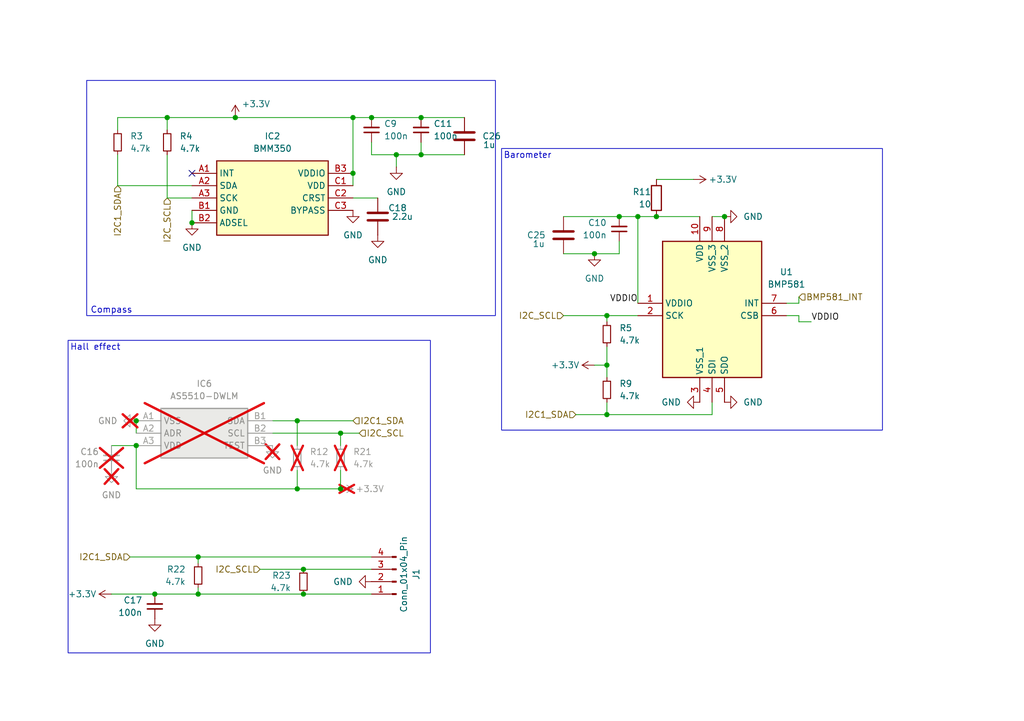
<source format=kicad_sch>
(kicad_sch (version 20250114) (generator "eeschema") (generator_version "9.0")
  (paper "A5")
  (lib_symbols
    (symbol "Connector:Conn_01x04_Pin" (pin_names (offset 1.016) (hide yes))
      (property "Reference" "J" (at 0 5.08 0))
      (property "Value" "Conn_01x04_Pin" (at 0 -7.62 0))
      (symbol "Conn_01x04_Pin_1_1"
        (rectangle (start 0.8636 2.667) (end 0 2.413) (stroke (width 0.1524)) (fill (type outline)))
        (rectangle (start 0.8636 0.127) (end 0 -0.127) (stroke (width 0.1524)) (fill (type outline)))
        (rectangle (start 0.8636 -2.413) (end 0 -2.667) (stroke (width 0.1524)) (fill (type outline)))
        (rectangle (start 0.8636 -4.953) (end 0 -5.207) (stroke (width 0.1524)) (fill (type outline)))
        (polyline (pts (xy 1.27 2.54) (xy 0.8636 2.54)) (stroke (width 0.1524)))
        (polyline (pts (xy 1.27 0) (xy 0.8636 0)) (stroke (width 0.1524)))
        (polyline (pts (xy 1.27 -2.54) (xy 0.8636 -2.54)) (stroke (width 0.1524)))
        (polyline (pts (xy 1.27 -5.08) (xy 0.8636 -5.08)) (stroke (width 0.1524)))
        (pin passive line (at 5.08 2.54 180) (length 3.81) (name "Pin_1") (number "1"))
        (pin passive line (at 5.08 0 180) (length 3.81) (name "Pin_2") (number "2"))
        (pin passive line (at 5.08 -2.54 180) (length 3.81) (name "Pin_3") (number "3"))
        (pin passive line (at 5.08 -5.08 180) (length 3.81) (name "Pin_4") (number "4"))
      )
    )
    (symbol "Device:C" (pin_numbers (hide yes)) (pin_names (offset 0.254))
      (property "Reference" "C" (at 0.635 2.54 0))
      (property "Value" "C" (at 0.635 -2.54 0))
      (symbol "C_0_1"
        (polyline (pts (xy -2.032 0.762) (xy 2.032 0.762)) (stroke (width 0.508)))
        (polyline (pts (xy -2.032 -0.762) (xy 2.032 -0.762)) (stroke (width 0.508)))
      )
      (symbol "C_1_1"
        (pin passive line (at 0 3.81 270) (length 2.794) (name "~") (number "1"))
        (pin passive line (at 0 -3.81 90) (length 2.794) (name "~") (number "2"))
      )
    )
    (symbol "Device:C_Small" (pin_numbers (hide yes)) (pin_names (offset 0.254) (hide yes))
      (property "Reference" "C" (at 0.254 1.778 0))
      (property "Value" "C_Small" (at 0.254 -2.032 0))
      (symbol "C_Small_0_1"
        (polyline (pts (xy -1.524 0.508) (xy 1.524 0.508)) (stroke (width 0.3048)))
        (polyline (pts (xy -1.524 -0.508) (xy 1.524 -0.508)) (stroke (width 0.3302)))
      )
      (symbol "C_Small_1_1"
        (pin passive line (at 0 2.54 270) (length 2.032) (name "~") (number "1"))
        (pin passive line (at 0 -2.54 90) (length 2.032) (name "~") (number "2"))
      )
    )
    (symbol "Device:R" (pin_numbers (hide yes)) (pin_names (offset 0))
      (property "Reference" "R" (at 2.032 0 90))
      (property "Value" "R" (at 0 0 90))
      (symbol "R_0_1"
        (rectangle (start -1.016 -2.54) (end 1.016 2.54) (stroke (width 0.254)))
      )
      (symbol "R_1_1"
        (pin passive line (at 0 3.81 270) (length 1.27) (name "~") (number "1"))
        (pin passive line (at 0 -3.81 90) (length 1.27) (name "~") (number "2"))
      )
    )
    (symbol "Device:R_Small" (pin_numbers (hide yes)) (pin_names (offset 0.254) (hide yes))
      (property "Reference" "R" (at 0.762 0.508 0))
      (property "Value" "R_Small" (at 0.762 -1.016 0))
      (symbol "R_Small_0_1"
        (rectangle (start -0.762 1.778) (end 0.762 -1.778) (stroke (width 0.2032)))
      )
      (symbol "R_Small_1_1"
        (pin passive line (at 0 2.54 270) (length 0.762) (name "~") (number "1"))
        (pin passive line (at 0 -2.54 90) (length 0.762) (name "~") (number "2"))
      )
    )
    (symbol "SamacSys_Parts:AS5510-DWLM"
      (property "Reference" "IC" (at 24.13 7.62 0))
      (property "Value" "AS5510-DWLM" (at 24.13 5.08 0))
      (symbol "AS5510-DWLM_1_1"
        (rectangle (start 5.08 2.54) (end 22.86 -7.62) (stroke (width 0.254)) (fill (type background)))
        (pin passive line (at 0 0 0) (length 5.08) (name "VSS") (number "A1"))
        (pin passive line (at 0 -2.54 0) (length 5.08) (name "ADR") (number "A2"))
        (pin passive line (at 0 -5.08 0) (length 5.08) (name "VDD") (number "A3"))
        (pin passive line (at 27.94 0 180) (length 5.08) (name "SDA") (number "B1"))
        (pin passive line (at 27.94 -2.54 180) (length 5.08) (name "SCL") (number "B2"))
        (pin passive line (at 27.94 -5.08 180) (length 5.08) (name "TEST") (number "B3"))
      )
    )
    (symbol "SamacSys_Parts:BMM350"
      (property "Reference" "IC" (at 29.21 7.62 0))
      (property "Value" "BMM350" (at 29.21 5.08 0))
      (symbol "BMM350_1_1"
        (rectangle (start 5.08 2.54) (end 27.94 -12.7) (stroke (width 0.254)) (fill (type background)))
        (pin passive line (at 0 0 0) (length 5.08) (name "INT") (number "A1"))
        (pin passive line (at 0 -2.54 0) (length 5.08) (name "SDA") (number "A2"))
        (pin passive line (at 0 -5.08 0) (length 5.08) (name "SCK") (number "A3"))
        (pin passive line (at 0 -7.62 0) (length 5.08) (name "GND") (number "B1"))
        (pin passive line (at 0 -10.16 0) (length 5.08) (name "ADSEL") (number "B2"))
        (pin passive line (at 33.02 0 180) (length 5.08) (name "VDDIO") (number "B3"))
        (pin passive line (at 33.02 -2.54 180) (length 5.08) (name "VDD") (number "C1"))
        (pin passive line (at 33.02 -5.08 180) (length 5.08) (name "CRST") (number "C2"))
        (pin passive line (at 33.02 -7.62 180) (length 5.08) (name "BYPASS") (number "C3"))
      )
    )
    (symbol "SamacSys_Parts:BMP581"
      (property "Reference" "U" (at 26.67 17.78 0))
      (property "Value" "BMP581" (at 26.67 15.24 0))
      (symbol "BMP581_1_1"
        (rectangle (start 5.08 12.7) (end 25.4 -15.24) (stroke (width 0.254)) (fill (type background)))
        (pin passive line (at 0 0 0) (length 5.08) (name "VDDIO") (number "1"))
        (pin passive line (at 0 -2.54 0) (length 5.08) (name "SCK") (number "2"))
        (pin passive line (at 12.7 17.78 270) (length 5.08) (name "VDD") (number "10"))
        (pin passive line (at 12.7 -20.32 90) (length 5.08) (name "VSS_1") (number "3"))
        (pin passive line (at 15.24 17.78 270) (length 5.08) (name "VSS_3") (number "9"))
        (pin passive line (at 15.24 -20.32 90) (length 5.08) (name "SDI") (number "4"))
        (pin passive line (at 17.78 17.78 270) (length 5.08) (name "VSS_2") (number "8"))
        (pin passive line (at 17.78 -20.32 90) (length 5.08) (name "SDO") (number "5"))
        (pin passive line (at 30.48 0 180) (length 5.08) (name "INT") (number "7"))
        (pin passive line (at 30.48 -2.54 180) (length 5.08) (name "CSB") (number "6"))
      )
    )
    (symbol "power:+3.3V" (power) (pin_numbers (hide yes)) (pin_names (offset 0) (hide yes))
      (property "Value" "+3.3V" (at 0 3.556 0))
      (symbol "+3.3V_0_1"
        (polyline (pts (xy -0.762 1.27) (xy 0 2.54)))
        (polyline (pts (xy 0 2.54) (xy 0.762 1.27)))
        (polyline (pts (xy 0 0) (xy 0 2.54)))
      )
      (symbol "+3.3V_1_1"
        (pin power_in line (at 0 0 90) (length 0) (name "~") (number "1"))
      )
    )
    (symbol "power:GND" (power) (pin_numbers (hide yes)) (pin_names (offset 0) (hide yes))
      (property "Value" "GND" (at 0 -3.81 0))
      (symbol "GND_0_1"
        (polyline (pts (xy 0 0) (xy 0 -1.27) (xy 1.27 -1.27) (xy 0 -2.54) (xy -1.27 -1.27) (xy 0 -1.27)))
      )
      (symbol "GND_1_1"
        (pin power_in line (at 0 0 270) (length 0) (name "~") (number "1"))
      )
    )
  )
  (rectangle (start 13.97 69.85) (end 88.265 133.985))
  (rectangle (start 17.78 16.51) (end 101.6 64.77))
  (rectangle (start 102.87 30.48) (end 180.975 88.265))
  (text "Barometer" (at 108.204 32.004 0) (effects (font (size 1.27 1.27))))
  (text "Compass" (at 22.86 63.754 0) (effects (font (size 1.27 1.27))))
  (text "Hall effect" (at 19.558 71.374 0) (effects (font (size 1.27 1.27))))
  (junction (at 40.64 121.92))
  (junction (at 124.46 64.77))
  (junction (at 130.81 44.45))
  (junction (at 134.62 44.45))
  (junction (at 60.96 86.36))
  (junction (at 40.64 114.3))
  (junction (at 27.94 86.36))
  (junction (at 62.23 116.84))
  (junction (at 121.92 52.07))
  (junction (at 60.96 100.33))
  (junction (at 86.36 31.75))
  (junction (at 69.85 88.9))
  (junction (at 124.46 85.09))
  (junction (at 76.2 24.13))
  (junction (at 72.39 35.56))
  (junction (at 48.26 24.13))
  (junction (at 39.37 45.72))
  (junction (at 81.28 31.75))
  (junction (at 127 44.45))
  (junction (at 86.36 24.13))
  (junction (at 72.39 24.13))
  (junction (at 34.29 24.13))
  (junction (at 148.59 44.45))
  (junction (at 124.46 74.93))
  (junction (at 69.85 100.33))
  (junction (at 31.75 121.92))
  (junction (at 27.94 91.44))
  (junction (at 62.23 121.92))
  (no_connect (at 39.37 35.56))
  (wire (pts (xy 124.46 71.12) (xy 124.46 74.93)))
  (wire (pts (xy 134.62 44.45) (xy 143.51 44.45)))
  (wire (pts (xy 24.13 38.1) (xy 39.37 38.1)))
  (wire (pts (xy 34.29 26.67) (xy 34.29 24.13)))
  (wire (pts (xy 76.2 24.13) (xy 86.36 24.13)))
  (wire (pts (xy 60.96 86.36) (xy 72.39 86.36)))
  (wire (pts (xy 55.88 86.36) (xy 60.96 86.36)))
  (wire (pts (xy 72.39 24.13) (xy 76.2 24.13)))
  (wire (pts (xy 121.92 52.07) (xy 127 52.07)))
  (wire (pts (xy 134.62 36.83) (xy 142.24 36.83)))
  (wire (pts (xy 24.13 31.75) (xy 24.13 38.1)))
  (wire (pts (xy 40.64 114.3) (xy 40.64 115.57)))
  (wire (pts (xy 62.23 121.92) (xy 76.2 121.92)))
  (wire (pts (xy 31.75 121.92) (xy 40.64 121.92)))
  (wire (pts (xy 146.05 44.45) (xy 148.59 44.45)))
  (wire (pts (xy 76.2 114.3) (xy 40.64 114.3)))
  (wire (pts (xy 69.85 88.9) (xy 69.85 91.44)))
  (wire (pts (xy 53.34 116.84) (xy 62.23 116.84)))
  (wire (pts (xy 124.46 74.93) (xy 124.46 77.47)))
  (wire (pts (xy 124.46 64.77) (xy 130.81 64.77)))
  (wire (pts (xy 22.86 91.44) (xy 27.94 91.44)))
  (wire (pts (xy 60.96 96.52) (xy 60.96 100.33)))
  (wire (pts (xy 34.29 24.13) (xy 48.26 24.13)))
  (wire (pts (xy 22.86 121.92) (xy 31.75 121.92)))
  (wire (pts (xy 40.64 120.65) (xy 40.64 121.92)))
  (wire (pts (xy 124.46 64.77) (xy 124.46 66.04)))
  (wire (pts (xy 76.2 116.84) (xy 62.23 116.84)))
  (wire (pts (xy 76.2 31.75) (xy 81.28 31.75)))
  (wire (pts (xy 127 44.45) (xy 130.81 44.45)))
  (wire (pts (xy 115.57 52.07) (xy 121.92 52.07)))
  (wire (pts (xy 130.81 62.23) (xy 130.81 44.45)))
  (wire (pts (xy 115.57 64.77) (xy 124.46 64.77)))
  (wire (pts (xy 27.94 86.36) (xy 27.94 88.9)))
  (wire (pts (xy 163.83 60.96) (xy 163.83 62.23)))
  (wire (pts (xy 124.46 82.55) (xy 124.46 85.09)))
  (wire (pts (xy 40.64 114.3) (xy 26.67 114.3)))
  (wire (pts (xy 27.94 100.33) (xy 27.94 91.44)))
  (wire (pts (xy 81.28 31.75) (xy 86.36 31.75)))
  (wire (pts (xy 81.28 31.75) (xy 81.28 34.29)))
  (wire (pts (xy 130.81 44.45) (xy 134.62 44.45)))
  (wire (pts (xy 124.46 85.09) (xy 146.05 85.09)))
  (wire (pts (xy 127 49.53) (xy 127 52.07)))
  (wire (pts (xy 115.57 44.45) (xy 127 44.45)))
  (wire (pts (xy 163.83 64.77) (xy 161.29 64.77)))
  (wire (pts (xy 72.39 24.13) (xy 72.39 35.56)))
  (wire (pts (xy 163.83 66.04) (xy 163.83 64.77)))
  (wire (pts (xy 40.64 121.92) (xy 62.23 121.92)))
  (wire (pts (xy 48.26 24.13) (xy 72.39 24.13)))
  (wire (pts (xy 60.96 100.33) (xy 69.85 100.33)))
  (wire (pts (xy 121.92 74.93) (xy 124.46 74.93)))
  (wire (pts (xy 34.29 40.64) (xy 39.37 40.64)))
  (wire (pts (xy 24.13 24.13) (xy 24.13 26.67)))
  (wire (pts (xy 60.96 86.36) (xy 60.96 91.44)))
  (wire (pts (xy 86.36 24.13) (xy 95.25 24.13)))
  (wire (pts (xy 24.13 24.13) (xy 34.29 24.13)))
  (wire (pts (xy 69.85 96.52) (xy 69.85 100.33)))
  (wire (pts (xy 163.83 62.23) (xy 161.29 62.23)))
  (wire (pts (xy 86.36 31.75) (xy 95.25 31.75)))
  (wire (pts (xy 34.29 31.75) (xy 34.29 40.64)))
  (wire (pts (xy 86.36 29.21) (xy 86.36 31.75)))
  (wire (pts (xy 27.94 100.33) (xy 60.96 100.33)))
  (wire (pts (xy 39.37 43.18) (xy 39.37 45.72)))
  (wire (pts (xy 76.2 31.75) (xy 76.2 29.21)))
  (wire (pts (xy 72.39 35.56) (xy 72.39 38.1)))
  (wire (pts (xy 69.85 88.9) (xy 73.66 88.9)))
  (wire (pts (xy 55.88 88.9) (xy 69.85 88.9)))
  (wire (pts (xy 72.39 40.64) (xy 77.47 40.64)))
  (wire (pts (xy 118.11 85.09) (xy 124.46 85.09)))
  (wire (pts (xy 146.05 82.55) (xy 146.05 85.09)))
  (wire (pts (xy 166.37 66.04) (xy 163.83 66.04)))
  (label "VDDIO" (at 166.37 66.04 0))
  (label "VDDIO" (at 130.81 62.23 180))
  (hierarchical_label "I2C1_SDA" (shape input) (at 26.67 114.3 180))
  (hierarchical_label "I2C1_SDA" (shape input) (at 72.39 86.36 0))
  (hierarchical_label "I2C_SCL" (shape input) (at 34.29 40.64 270))
  (hierarchical_label "I2C1_SDA" (shape input) (at 118.11 85.09 180))
  (hierarchical_label "I2C_SCL" (shape input) (at 115.57 64.77 180))
  (hierarchical_label "I2C1_SDA" (shape input) (at 24.13 38.1 270))
  (hierarchical_label "I2C_SCL" (shape input) (at 73.66 88.9 0))
  (hierarchical_label "BMP581_INT" (shape input) (at 163.83 60.96 0))
  (hierarchical_label "I2C_SCL" (shape input) (at 53.34 116.84 180))
  (symbol (lib_id "power:+3.3V") (at 48.26 24.13 0) (unit 1)
    (property "Reference" "#PWR036" (effects (hide yes)))
    (property "Value" "+3.3V" (at 49.53 21.336 0) (effects (justify left)))
    (property "Description" "Power symbol creates a global label with name \"+3.3V\"" (effects (hide yes)))
  )
  (symbol (lib_id "power:GND") (at 22.86 96.52 0) (unit 1) (dnp yes)
    (property "Reference" "#PWR032" (effects (hide yes)))
    (property "Value" "GND" (at 22.86 101.6 0))
    (property "Description" "Power symbol creates a global label with name \"GND\" , ground" (effects (hide yes)))
  )
  (symbol (lib_id "power:+3.3V") (at 142.24 36.83 270) (unit 1)
    (property "Reference" "#PWR037" (effects (hide yes)))
    (property "Value" "+3.3V" (at 145.288 36.83 90) (effects (justify left)))
    (property "Description" "Power symbol creates a global label with name \"+3.3V\"" (effects (hide yes)))
  )
  (symbol (lib_id "power:GND") (at 39.37 45.72 0) (unit 1)
    (property "Reference" "#PWR012" (effects (hide yes)))
    (property "Value" "GND" (at 39.37 50.8 0))
    (property "Description" "Power symbol creates a global label with name \"GND\" , ground" (effects (hide yes)))
  )
  (symbol (lib_id "Device:C_Small") (at 76.2 26.67 180) (unit 1)
    (property "Reference" "C9" (at 78.74 25.3935 0) (effects (justify right)))
    (property "Value" "100n" (at 78.74 27.9335 0) (effects (justify right)))
    (property "Footprint" "Capacitor_SMD:C_0201_0603Metric" (effects (hide yes)))
    (property "Description" "Unpolarized capacitor, small symbol" (effects (hide yes)))
  )
  (symbol (lib_id "Device:R_Small") (at 62.23 119.38 0) (unit 1)
    (property "Reference" "R23" (at 59.69 118.1099 0) (effects (justify right)))
    (property "Value" "4.7k" (at 59.69 120.6499 0) (effects (justify right)))
    (property "Footprint" "Resistor_SMD:R_0201_0603Metric" (effects (hide yes)))
    (property "Description" "Resistor, small symbol" (effects (hide yes)))
  )
  (symbol (lib_id "Device:R_Small") (at 60.96 93.98 0) (mirror y) (unit 1) (on_board no) (dnp yes)
    (property "Reference" "R12" (at 63.5 92.7099 0) (effects (justify right)))
    (property "Value" "4.7k" (at 63.5 95.2499 0) (effects (justify right)))
    (property "Footprint" "Resistor_SMD:R_0201_0603Metric" (effects (hide yes)))
    (property "Description" "Resistor, small symbol" (effects (hide yes)))
  )
  (symbol (lib_id "power:GND") (at 77.47 48.26 0) (unit 1)
    (property "Reference" "#PWR07" (effects (hide yes)))
    (property "Value" "GND" (at 77.47 53.34 0))
    (property "Description" "Power symbol creates a global label with name \"GND\" , ground" (effects (hide yes)))
  )
  (symbol (lib_id "power:GND") (at 76.2 119.38 270) (unit 1)
    (property "Reference" "#PWR040" (effects (hide yes)))
    (property "Value" "GND" (at 72.39 119.3799 90) (effects (justify right)))
    (property "Description" "Power symbol creates a global label with name \"GND\" , ground" (effects (hide yes)))
  )
  (symbol (lib_id "power:GND") (at 27.94 86.36 270) (unit 1) (dnp yes)
    (property "Reference" "#PWR048" (effects (hide yes)))
    (property "Value" "GND" (at 24.13 86.3599 90) (effects (justify right)))
    (property "Description" "Power symbol creates a global label with name \"GND\" , ground" (effects (hide yes)))
  )
  (symbol (lib_id "Connector:Conn_01x04_Pin") (at 81.28 119.38 180) (unit 1)
    (property "Reference" "J1" (at 85.344 117.856 90))
    (property "Value" "Conn_01x04_Pin" (at 82.804 117.856 90))
    (property "Footprint" "SamacSys_Parts:Hall effect" (effects (hide yes)))
    (property "Description" "Generic connector, single row, 01x04, script generated" (effects (hide yes)))
  )
  (symbol (lib_id "power:+3.3V") (at 69.85 100.33 270) (unit 1) (dnp yes)
    (property "Reference" "#PWR039" (effects (hide yes)))
    (property "Value" "+3.3V" (at 72.898 100.33 90) (effects (justify left)))
    (property "Description" "Power symbol creates a global label with name \"+3.3V\"" (effects (hide yes)))
  )
  (symbol (lib_id "power:GND") (at 148.59 82.55 90) (unit 1)
    (property "Reference" "#PWR017" (effects (hide yes)))
    (property "Value" "GND" (at 152.4 82.5499 90) (effects (justify right)))
    (property "Description" "Power symbol creates a global label with name \"GND\" , ground" (effects (hide yes)))
  )
  (symbol (lib_id "power:GND") (at 148.59 44.45 90) (unit 1)
    (property "Reference" "#PWR013" (effects (hide yes)))
    (property "Value" "GND" (at 152.4 44.4499 90) (effects (justify right)))
    (property "Description" "Power symbol creates a global label with name \"GND\" , ground" (effects (hide yes)))
  )
  (symbol (lib_id "power:GND") (at 143.51 82.55 270) (unit 1)
    (property "Reference" "#PWR016" (effects (hide yes)))
    (property "Value" "GND" (at 139.7 82.5499 90) (effects (justify right)))
    (property "Description" "Power symbol creates a global label with name \"GND\" , ground" (effects (hide yes)))
  )
  (symbol (lib_id "Device:C_Small") (at 22.86 93.98 0) (mirror x) (unit 1) (on_board no) (dnp yes)
    (property "Reference" "C16" (at 20.32 92.7035 0) (effects (justify right)))
    (property "Value" "100n" (at 20.32 95.2435 0) (effects (justify right)))
    (property "Footprint" "Capacitor_SMD:C_0201_0603Metric" (effects (hide yes)))
    (property "Description" "Unpolarized capacitor, small symbol" (effects (hide yes)))
  )
  (symbol (lib_id "Device:C") (at 95.25 27.94 0) (unit 1)
    (property "Reference" "C26" (at 100.838 27.94 0))
    (property "Value" "1u" (at 100.33 29.718 0))
    (property "Footprint" "Capacitor_SMD:C_0402_1005Metric" (effects (hide yes)))
    (property "Description" "Unpolarized capacitor" (effects (hide yes)))
  )
  (symbol (lib_id "SamacSys_Parts:BMP581") (at 130.81 62.23 0) (unit 1)
    (property "Reference" "U1" (at 161.29 55.8098 0))
    (property "Value" "BMP581" (at 161.29 58.3498 0))
    (property "Footprint" "SamacSys_Parts:BMP581" (effects (hide yes)))
    (property "Datasheet" "https://www.bosch-sensortec.com/media/boschsensortec/downloads/datasheets/bst-bmp581-ds004.pdf" (effects (hide yes)))
    (property "Description" "Pressure Sensor 4.35PSI ~ 18.13PSI (30kPa ~ 125kPa) Absolute 10-WFLGA" (effects (hide yes)))
    (property "Height" "0.8" (effects (hide yes)))
    (property "Manufacturer_Name" "BOSCH" (effects (hide yes)))
    (property "Manufacturer_Part_Number" "BMP581" (effects (hide yes)))
    (property "Mouser Part Number" "262-BMP581" (effects (hide yes)))
    (property "Mouser Price/Stock" "https://www.mouser.co.uk/ProductDetail/Bosch-Sensortec/BMP581?qs=Li%252BoUPsLEntPL9tlFmcgXg%3D%3D" (effects (hide yes)))
    (property "Arrow Part Number" "BMP581" (effects (hide yes)))
    (property "Arrow Price/Stock" "https://www.arrow.com/en/products/bmp581/bosch?utm_currency=USD&region=nac" (effects (hide yes)))
  )
  (symbol (lib_id "power:GND") (at 72.39 43.18 0) (unit 1)
    (property "Reference" "#PWR04" (effects (hide yes)))
    (property "Value" "GND" (at 72.39 48.26 0))
    (property "Description" "Power symbol creates a global label with name \"GND\" , ground" (effects (hide yes)))
  )
  (symbol (lib_id "Device:C_Small") (at 86.36 26.67 180) (unit 1)
    (property "Reference" "C11" (at 88.9 25.3935 0) (effects (justify right)))
    (property "Value" "100n" (at 88.9 27.9335 0) (effects (justify right)))
    (property "Footprint" "Capacitor_SMD:C_0201_0603Metric" (effects (hide yes)))
    (property "Description" "Unpolarized capacitor, small symbol" (effects (hide yes)))
  )
  (symbol (lib_id "power:GND") (at 121.92 52.07 0) (unit 1)
    (property "Reference" "#PWR022" (effects (hide yes)))
    (property "Value" "GND" (at 121.92 57.15 0))
    (property "Description" "Power symbol creates a global label with name \"GND\" , ground" (effects (hide yes)))
  )
  (symbol (lib_id "Device:R_Small") (at 124.46 80.01 0) (mirror y) (unit 1)
    (property "Reference" "R9" (at 127 78.7399 0) (effects (justify right)))
    (property "Value" "4.7k" (at 127 81.2799 0) (effects (justify right)))
    (property "Footprint" "Resistor_SMD:R_0201_0603Metric" (effects (hide yes)))
    (property "Description" "Resistor, small symbol" (effects (hide yes)))
  )
  (symbol (lib_id "power:GND") (at 31.75 127 0) (unit 1)
    (property "Reference" "#PWR044" (effects (hide yes)))
    (property "Value" "GND" (at 31.75 132.08 0))
    (property "Description" "Power symbol creates a global label with name \"GND\" , ground" (effects (hide yes)))
  )
  (symbol (lib_id "Device:R_Small") (at 40.64 118.11 0) (unit 1)
    (property "Reference" "R22" (at 38.1 116.8399 0) (effects (justify right)))
    (property "Value" "4.7k" (at 38.1 119.3799 0) (effects (justify right)))
    (property "Footprint" "Resistor_SMD:R_0201_0603Metric" (effects (hide yes)))
    (property "Description" "Resistor, small symbol" (effects (hide yes)))
  )
  (symbol (lib_id "Device:R_Small") (at 69.85 93.98 0) (mirror y) (unit 1) (on_board no) (dnp yes)
    (property "Reference" "R21" (at 72.39 92.7099 0) (effects (justify right)))
    (property "Value" "4.7k" (at 72.39 95.2499 0) (effects (justify right)))
    (property "Footprint" "Resistor_SMD:R_0201_0603Metric" (effects (hide yes)))
    (property "Description" "Resistor, small symbol" (effects (hide yes)))
  )
  (symbol (lib_id "power:+3.3V") (at 121.92 74.93 90) (unit 1)
    (property "Reference" "#PWR038" (effects (hide yes)))
    (property "Value" "+3.3V" (at 118.872 74.93 90) (effects (justify left)))
    (property "Description" "Power symbol creates a global label with name \"+3.3V\"" (effects (hide yes)))
  )
  (symbol (lib_id "power:+3.3V") (at 22.86 121.92 90) (unit 1)
    (property "Reference" "#PWR042" (effects (hide yes)))
    (property "Value" "+3.3V" (at 19.812 121.92 90) (effects (justify left)))
    (property "Description" "Power symbol creates a global label with name \"+3.3V\"" (effects (hide yes)))
  )
  (symbol (lib_id "SamacSys_Parts:AS5510-DWLM") (at 27.94 86.36 0) (unit 1) (on_board no) (dnp yes)
    (property "Reference" "IC6" (at 41.91 78.74 0))
    (property "Value" "AS5510-DWLM" (at 41.91 81.28 0))
    (property "Footprint" "SamacSys_Parts:BGA6C40P3X2_138X102X63" (effects (hide yes)))
    (property "Datasheet" "https://look.ams-osram.com/m/19562c0de86ac97e/original/AS5510-DS000318.pdf" (effects (hide yes)))
    (property "Description" "Board Mount Hall Effect / Magnetic Sensors 10-Bit Lin Sensor 2-pole Magnet 5V" (effects (hide yes)))
    (property "Height" "0.63" (effects (hide yes)))
    (property "Manufacturer_Name" "ams OSRAM" (effects (hide yes)))
    (property "Manufacturer_Part_Number" "AS5510-DWLM" (effects (hide yes)))
    (property "Mouser Part Number" "985-AS5510-DWLM" (effects (hide yes)))
    (property "Mouser Price/Stock" "https://www.mouser.co.uk/ProductDetail/ams-OSRAM/AS5510-DWLM?qs=igE0IiKpbrGC9ApN6ladHg%3D%3D" (effects (hide yes)))
    (property "Arrow Part Number" "AS5510-DWLM" (effects (hide yes)))
    (property "Arrow Price/Stock" "https://www.arrow.com/en/products/as5510-dwlm/ams-osram?region=nac" (effects (hide yes)))
  )
  (symbol (lib_id "Device:C_Small") (at 31.75 124.46 0) (mirror x) (unit 1)
    (property "Reference" "C17" (at 29.21 123.1835 0) (effects (justify right)))
    (property "Value" "100n" (at 29.21 125.7235 0) (effects (justify right)))
    (property "Footprint" "Capacitor_SMD:C_0201_0603Metric" (effects (hide yes)))
    (property "Description" "Unpolarized capacitor, small symbol" (effects (hide yes)))
  )
  (symbol (lib_id "Device:R_Small") (at 124.46 68.58 0) (mirror y) (unit 1)
    (property "Reference" "R5" (at 127 67.3099 0) (effects (justify right)))
    (property "Value" "4.7k" (at 127 69.8499 0) (effects (justify right)))
    (property "Footprint" "Resistor_SMD:R_0201_0603Metric" (effects (hide yes)))
    (property "Description" "Resistor, small symbol" (effects (hide yes)))
  )
  (symbol (lib_id "power:GND") (at 55.88 91.44 0) (unit 1) (dnp yes)
    (property "Reference" "#PWR033" (effects (hide yes)))
    (property "Value" "GND" (at 55.88 96.52 0))
    (property "Description" "Power symbol creates a global label with name \"GND\" , ground" (effects (hide yes)))
  )
  (symbol (lib_id "SamacSys_Parts:BMM350") (at 39.37 35.56 0) (unit 1)
    (property "Reference" "IC2" (at 55.88 27.94 0))
    (property "Value" "BMM350" (at 55.88 30.48 0))
    (property "Footprint" "SamacSys_Parts:BGA9C40P3X3_128X128X54" (effects (hide yes)))
    (property "Datasheet" "https://www.bosch-sensortec.com/media/boschsensortec/downloads/datasheets/bst-bmm350-ds001.pdf" (effects (hide yes)))
    (property "Description" "Board Mount Hall Effect / Magnetic Sensors High-Performance Magnometer" (effects (hide yes)))
    (property "Height" "0.54" (effects (hide yes)))
    (property "Mouser Part Number" "262-BMM350" (effects (hide yes)))
    (property "Mouser Price/Stock" "https://www.mouser.co.uk/ProductDetail/Bosch-Sensortec/BMM350?qs=amGC7iS6iy9v98dnmxozLQ%3D%3D" (effects (hide yes)))
    (property "Manufacturer_Name" "BOSCH" (effects (hide yes)))
    (property "Manufacturer_Part_Number" "BMM350" (effects (hide yes)))
  )
  (symbol (lib_id "power:GND") (at 81.28 34.29 0) (unit 1)
    (property "Reference" "#PWR06" (effects (hide yes)))
    (property "Value" "GND" (at 81.28 39.37 0))
    (property "Description" "Power symbol creates a global label with name \"GND\" , ground" (effects (hide yes)))
  )
  (symbol (lib_id "Device:C_Small") (at 127 46.99 0) (mirror x) (unit 1)
    (property "Reference" "C10" (at 124.46 45.7135 0) (effects (justify right)))
    (property "Value" "100n" (at 124.46 48.2535 0) (effects (justify right)))
    (property "Footprint" "Capacitor_SMD:C_0201_0603Metric" (effects (hide yes)))
    (property "Description" "Unpolarized capacitor, small symbol" (effects (hide yes)))
  )
  (symbol (lib_id "Device:C") (at 115.57 48.26 0) (mirror y) (unit 1)
    (property "Reference" "C25" (at 109.982 48.26 0))
    (property "Value" "1u" (at 110.49 50.038 0))
    (property "Footprint" "Capacitor_SMD:C_0402_1005Metric" (effects (hide yes)))
    (property "Description" "Unpolarized capacitor" (effects (hide yes)))
  )
  (symbol (lib_id "Device:R") (at 134.62 40.64 0) (mirror y) (unit 1)
    (property "Reference" "R11" (at 133.604 39.37 0) (effects (justify left)))
    (property "Value" "10" (at 133.604 41.91 0) (effects (justify left)))
    (property "Footprint" "Resistor_SMD:R_0402_1005Metric" (effects (hide yes)))
    (property "Description" "Resistor" (effects (hide yes)))
  )
  (symbol (lib_id "Device:C") (at 77.47 44.45 0) (unit 1)
    (property "Reference" "C18" (at 81.534 42.672 0))
    (property "Value" "2.2u" (at 82.55 44.45 0))
    (property "Footprint" "Capacitor_SMD:C_0402_1005Metric" (effects (hide yes)))
    (property "Description" "Unpolarized capacitor" (effects (hide yes)))
  )
  (symbol (lib_id "Device:R_Small") (at 34.29 29.21 0) (mirror y) (unit 1)
    (property "Reference" "R4" (at 36.83 27.9399 0) (effects (justify right)))
    (property "Value" "4.7k" (at 36.83 30.4799 0) (effects (justify right)))
    (property "Footprint" "Resistor_SMD:R_0201_0603Metric" (effects (hide yes)))
    (property "Description" "Resistor, small symbol" (effects (hide yes)))
  )
  (symbol (lib_id "Device:R_Small") (at 24.13 29.21 0) (mirror y) (unit 1)
    (property "Reference" "R3" (at 26.67 27.9399 0) (effects (justify right)))
    (property "Value" "4.7k" (at 26.67 30.4799 0) (effects (justify right)))
    (property "Footprint" "Resistor_SMD:R_0201_0603Metric" (effects (hide yes)))
    (property "Description" "Resistor, small symbol" (effects (hide yes)))
  )
)
</source>
